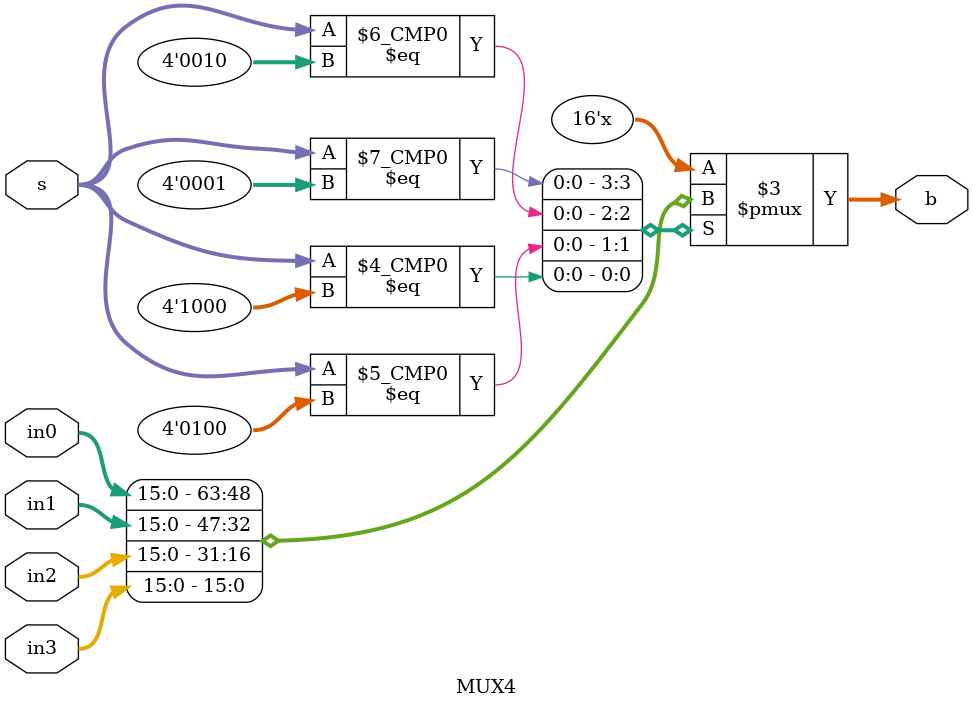
<source format=v>
module datapath(sximm8, sximm5, vsel, writenum, write, readnum, clk, loada, loadb, loadc, shift, asel, bsel, ALUop, loads, Z_out, datapath_out, mdata);
    // I/O declarations
    input [15:0] sximm5, sximm8, mdata; // added for lab 6 onwards
    input [3:0] vsel;
    input clk, write, loada, loadb, loadc, loads, asel, bsel;
    input [2:0] writenum, readnum; 
    input [1:0] shift, ALUop;
    output [2:0] Z_out; // changed to 3 bit width for lab 6 onwards
    output [15:0] datapath_out;

    // internal wire declarations
    wire [15:0] data_in, data_out, in, outA, Ain, Bin, out, sout;
    wire [2:0] Z; // changed to 3 bits from 1 bit for lab(s) 6/7/8
    wire [15:0] mdata; // wires to become inputs in labs 7 & 8
    wire [7:0] PC; // TBD for labs 7 and 8

    // placeholders for lab 6 (TBD for lab(s) 7 & 8)
    assign PC = 8'b00000000;
    // assign mdata = 16'b0000000000000000;

    // instantiations of all modules used
    MUX4 pos9(mdata, sximm8, {8'b0, PC}, datapath_out, vsel, data_in); // element (9) on lab handout, has 4 options in preparations for labs 7 & 8
    regfile REGFILE(data_in, writenum, write, readnum, clk, data_out); // element (1) on lab handout: primary register (8 regs of 16 bits each)
    vDFFE #(16) A(clk, loada, data_out, outA); // loada on lab handout, element (3)
    vDFFE #(16) B(clk, loadb, data_out, in); // loadb on lab handout, element (4)
    shifter T2(in, shift, sout); // shifter module, element (8)
    MUX2 pos7(sout, sximm5, bsel, Bin); // element (7) on lab handout, feeds into ALU
    MUX2 pos6(outA, 16'b0, asel, Ain); // element (6) on handout, feeds into ALU
    ALU T1(Ain, Bin, ALUop, out, Z); // ALU module, element (2)
    vDFFE #(3) status(clk, loads, Z, Z_out); // status register, element (10) (changed to 3 bit width on Z, Z_out for lab 6 onwards)
    vDFFE #(16) c(clk, loadc, out, datapath_out); // 'out' comes from ALU output (5), outputs datapath_out

    //assign datapath_out = C; 
endmodule

module MUX2(in0, in1, s, b); // 2 option selection multiplexer
    input [15:0] in0, in1;  // inputs
    input s; // binary select
    output reg [15:0] b; // output of multiplexer

    always @(*) begin // sets 'b' to desired register based on binary input 's'
        case (s) // case statement to deicide witch input to give to outbut 'b'
            1'b0: b <= in0; // position 2 select
            1'b1: b <= in1; // position 1 select
            default: b <= 16'bxxxxxxxxxxxxxxxx; // default value to avoid latches
        endcase
     end
endmodule

module MUX4(in0, in1, in2, in3, s, b); // 4 option selection multiplexer -- needs to be modified for later labs (7 & 8)
    input [15:0] in0, in1, in2, in3;  // inputs
    input [3:0] s; // one hot
    output reg [15:0] b; // output of multiplexer

    always @(*) begin // sets 'b' to desired register based on binary input 's'
        case (s) // case statement to deicide witch input to give to outbut 'b'
            4'b0001: b <= in0; // position 0 select
            4'b0010: b <= in1; // position 1 select
            4'b0100: b <= in2; // position 2 select
            4'b1000: b <= in3; // position 3 select
            default: b <= 16'bxxxxxxxxxxxxxxxx; // default value to avoid latches
        endcase
     end
endmodule

</source>
